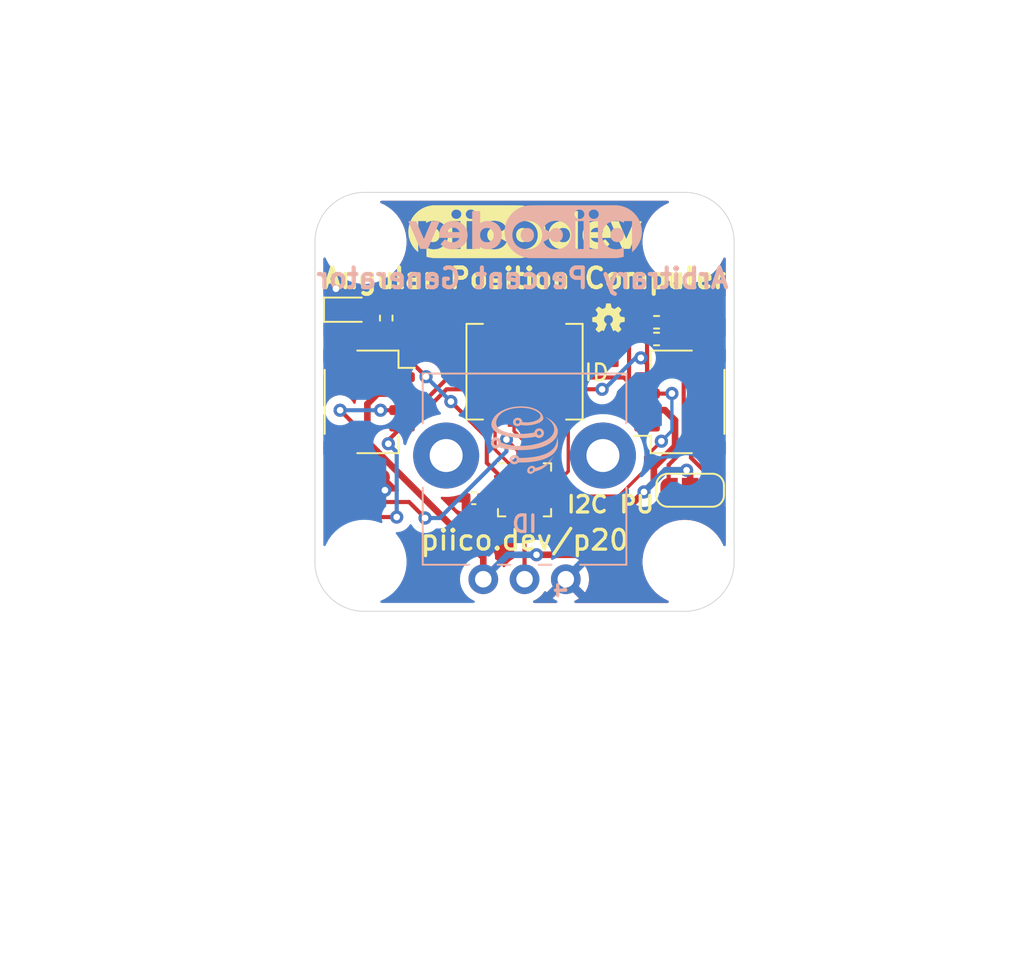
<source format=kicad_pcb>
(kicad_pcb (version 20211014) (generator pcbnew)
  (layers (0 "F.Cu" signal) (31 "B.Cu" signal) (34 "B.Paste" user) (35 "F.Paste" user) (36 "B.SilkS" user "B.Silkscreen") (37 "F.SilkS" user "F.Silkscreen") (38 "B.Mask" user) (39 "F.Mask" user) (44 "Edge.Cuts" user))
  (net 0 "")
  (net 1 "+3V3")
  (net 2 "GND")
  (net 3 "Net-(D1-Pad2)")
  (net 4 "/SCL")
  (net 5 "/SDA")
  (net 6 "Net-(JP2-Pad1)")
  (net 7 "Net-(JP2-Pad3)")
  (net 8 "/UPDI")
  (net 9 "/ADD2")
  (net 10 "/ADD1")
  (net 11 "/PWR_LED")
  (net 12 "/ADD3")
  (net 13 "/ADD4")
  (net 22 "Net-(U1-Pad8)")
  (footprint "Connector_JST:JST_SH_SM04B-SRSS-TB_1x04-1MP_P1.00mm_Horizontal" (layer "F.Cu") (at 106.7054 101.346 90)
    (fp_text reference "J2" hide)
    (fp_text value " ")
    (pad "1" smd roundrect locked (at -1.5 -2 90) (size 0.6 1.55) (layers "F.Cu" "F.Paste" "F.Mask") (net 2 "GND"))
    (pad "2" smd roundrect locked (at -0.5 -2 90) (size 0.6 1.55) (layers "F.Cu" "F.Paste" "F.Mask") (net 1 "+3V3"))
    (pad "3" smd roundrect locked (at 0.5 -2 90) (size 0.6 1.55) (layers "F.Cu" "F.Paste" "F.Mask") (net 5 "/SDA"))
    (pad "4" smd roundrect locked (at 1.5 -2 90) (size 0.6 1.55) (layers "F.Cu" "F.Paste" "F.Mask") (net 4 "/SCL"))
    (pad "MP" smd roundrect locked (at 2.8 1.875 90) (size 1.2 1.8) (layers "F.Cu" "F.Paste" "F.Mask") (roundrect_rratio 0.208333))
    (pad "MP" smd roundrect locked (at -2.8 1.875 90) (size 1.2 1.8) (layers "F.Cu" "F.Paste" "F.Mask") (roundrect_rratio 0.208333))
  )
  (footprint "CoreElectronics_Components:MountingHole_2.7mm_M2.5_PadClearance_1.2" (layer "F.Cu") (at 87.582 91.646)
    (fp_text reference "H1" hide)
    (fp_text value "MountingHole")
    (pad "" np_thru_hole circle locked (at 0 0) (size 2.7 2.7) (drill 2.7) (layers *.Cu *.Mask))
  )
  (footprint "Fiducial:Fiducial_1mm_Mask2mm" (layer "F.Cu") (at 91.694 112.395)
    (fp_text reference "FID1" hide)
    (fp_text value "Fiducial")
    (pad "" smd circle locked (at 0 0) (size 1 1) (layers "F.Cu" "F.Mask") (clearance 0.5))
  )
  (footprint "CoreElectronics_Components:MountingHole_2.7mm_M2.5_PadClearance_1.2" (layer "F.Cu") (at 106.982 91.646)
    (fp_text reference "H2" hide)
    (fp_text value "MountingHole")
    (pad "" np_thru_hole circle locked (at 0 0) (size 2.7 2.7) (drill 2.7) (layers *.Cu *.Mask))
  )
  (footprint "Fiducial:Fiducial_1mm_Mask2mm" (layer "F.Cu") (at 108.585 95.631)
    (fp_text reference "FID2" hide)
    (fp_text value "Fiducial")
    (pad "" smd circle locked (at 0 0) (size 1 1) (layers "F.Cu" "F.Mask") (clearance 0.5))
  )
  (footprint "Resistor_SMD:R_0402_1005Metric" (layer "F.Cu") (at 88.9 96.266 90)
    (fp_text reference "R1" hide)
    (fp_text value "10k" hide)
    (pad "1" smd roundrect locked (at -0.51 0 90) (size 0.54 0.64) (layers "F.Cu" "F.Paste" "F.Mask") (net 11 "/PWR_LED"))
    (pad "2" smd roundrect locked (at 0.51 0 90) (size 0.54 0.64) (layers "F.Cu" "F.Paste" "F.Mask") (net 3 "Net-(D1-Pad2)"))
  )
  (footprint "LED_SMD:LED_0603_1608Metric" (layer "F.Cu") (at 86.614 95.758)
    (fp_text reference "D1" hide)
    (fp_text value "LED" hide)
    (pad "1" smd roundrect locked (at -0.7875 0) (size 0.875 0.95) (layers "F.Cu" "F.Paste" "F.Mask") (net 2 "GND"))
    (pad "2" smd roundrect locked (at 0.7875 0) (size 0.875 0.95) (layers "F.Cu" "F.Paste" "F.Mask") (net 3 "Net-(D1-Pad2)"))
  )
  (footprint "Connector_JST:JST_SH_SM04B-SRSS-TB_1x04-1MP_P1.00mm_Horizontal" (layer "F.Cu") (at 87.8586 101.346 -90)
    (fp_text reference "J1" hide)
    (fp_text value " " hide)
    (pad "1" smd roundrect locked (at -1.5 -2 270) (size 0.6 1.55) (layers "F.Cu" "F.Paste" "F.Mask") (net 2 "GND"))
    (pad "2" smd roundrect locked (at -0.5 -2 270) (size 0.6 1.55) (layers "F.Cu" "F.Paste" "F.Mask") (net 1 "+3V3"))
    (pad "3" smd roundrect locked (at 0.5 -2 270) (size 0.6 1.55) (layers "F.Cu" "F.Paste" "F.Mask") (net 5 "/SDA"))
    (pad "4" smd roundrect locked (at 1.5 -2 270) (size 0.6 1.55) (layers "F.Cu" "F.Paste" "F.Mask") (net 4 "/SCL"))
    (pad "MP" smd roundrect locked (at 2.8 1.875 270) (size 1.2 1.8) (layers "F.Cu" "F.Paste" "F.Mask") (roundrect_rratio 0.2083325))
    (pad "MP" smd roundrect locked (at -2.8 1.875 270) (size 1.2 1.8) (layers "F.Cu" "F.Paste" "F.Mask") (roundrect_rratio 0.2083325))
  )
  (footprint "CoreElectronics_Artwork:oshw" (layer "F.Cu") (at 102.362 96.266)
    (fp_text reference "LOGO1" hide)
    (fp_text value "Logo_Open_Hardware_Small" hide)
  )
  (footprint "Resistor_SMD:R_0402_1005Metric" (layer "F.Cu") (at 105.283 97.536 180)
    (fp_text reference "R2" hide)
    (fp_text value "10k")
    (pad "1" smd roundrect locked (at -0.51 0 180) (size 0.54 0.64) (layers "F.Cu" "F.Paste" "F.Mask") (net 7 "Net-(JP2-Pad3)"))
    (pad "2" smd roundrect locked (at 0.51 0 180) (size 0.54 0.64) (layers "F.Cu" "F.Paste" "F.Mask") (net 4 "/SCL"))
  )
  (footprint "Package_DFN_QFN:VQFN-20-1EP_3x3mm_P0.4mm_EP1.7x1.7mm" (layer "F.Cu") (at 97.282 106.68)
    (fp_text reference "U1" hide)
    (fp_text value "ATtiny1616-M")
    (pad "1" smd custom locked (at -1.45 -0.8) (size 0.143431 0.143431) (layers "F.Cu" "F.Paste" "F.Mask") (net 11 "/PWR_LED") (options (clearance outline) (anchor circle)) (primitives (gr_poly (pts (xy -0.35 -0.05) (xy 0.299289 -0.05) (xy 0.35 0.000711) (xy 0.35 0.05) (xy -0.35 0.05)) (width 0.1) (fill yes))))
    (pad "2" smd roundrect locked (at -1.45 -0.4) (size 0.8 0.2) (layers "F.Cu" "F.Paste" "F.Mask"))
    (pad "3" smd roundrect locked (at -1.45 0) (size 0.8 0.2) (layers "F.Cu" "F.Paste" "F.Mask") (net 2 "GND"))
    (pad "4" smd roundrect locked (at -1.45 0.4) (size 0.8 0.2) (layers "F.Cu" "F.Paste" "F.Mask") (net 1 "+3V3"))
    (pad "5" smd custom locked (at -1.45 0.8) (size 0.143431 0.143431) (layers "F.Cu" "F.Paste" "F.Mask") (options (clearance outline) (anchor circle)) (primitives (gr_poly (pts (xy -0.35 -0.05) (xy 0.35 -0.05) (xy 0.35 -0.000711) (xy 0.299289 0.05) (xy -0.35 0.05)) (width 0.1) (fill yes))))
    (pad "6" smd custom locked (at -0.8 1.45) (size 0.143431 0.143431) (layers "F.Cu" "F.Paste" "F.Mask") (options (clearance outline) (anchor circle)) (primitives (gr_poly (pts (xy -0.05 -0.299289) (xy 0.000711 -0.35) (xy 0.05 -0.35) (xy 0.05 0.35) (xy -0.05 0.35)) (width 0.1) (fill yes))))
    (pad "7" smd roundrect locked (at -0.4 1.45) (size 0.2 0.8) (layers "F.Cu" "F.Paste" "F.Mask"))
    (pad "8" smd roundrect locked (at 0 1.45) (size 0.2 0.8) (layers "F.Cu" "F.Paste" "F.Mask") (net 22 "Net-(U1-Pad8)"))
    (pad "9" smd roundrect locked (at 0.4 1.45) (size 0.2 0.8) (layers "F.Cu" "F.Paste" "F.Mask"))
    (pad "10" smd custom locked (at 0.8 1.45) (size 0.143431 0.143431) (layers "F.Cu" "F.Paste" "F.Mask") (options (clearance outline) (anchor circle)) (primitives (gr_poly (pts (xy -0.05 -0.35) (xy -0.000711 -0.35) (xy 0.05 -0.299289) (xy 0.05 0.35) (xy -0.05 0.35)) (width 0.1) (fill yes))))
    (pad "11" smd custom locked (at 1.45 0.8) (size 0.143431 0.143431) (layers "F.Cu" "F.Paste" "F.Mask") (options (clearance outline) (anchor circle)) (primitives (gr_poly (pts (xy -0.35 -0.05) (xy 0.35 -0.05) (xy 0.35 0.05) (xy -0.299289 0.05) (xy -0.35 -0.000711)) (width 0.1) (fill yes))))
    (pad "12" smd roundrect locked (at 1.45 0.4) (size 0.8 0.2) (layers "F.Cu" "F.Paste" "F.Mask"))
    (pad "13" smd roundrect locked (at 1.45 0) (size 0.8 0.2) (layers "F.Cu" "F.Paste" "F.Mask") (net 5 "/SDA"))
    (pad "14" smd roundrect locked (at 1.45 -0.4) (size 0.8 0.2) (layers "F.Cu" "F.Paste" "F.Mask") (net 4 "/SCL"))
    (pad "15" smd custom locked (at 1.45 -0.8) (size 0.143431 0.143431) (layers "F.Cu" "F.Paste" "F.Mask") (options (clearance outline) (anchor circle)) (primitives (gr_poly (pts (xy -0.35 0.000711) (xy -0.299289 -0.05) (xy 0.35 -0.05) (xy 0.35 0.05) (xy -0.35 0.05)) (width 0.1) (fill yes))))
    (pad "16" smd custom locked (at 0.8 -1.45) (size 0.143431 0.143431) (layers "F.Cu" "F.Paste" "F.Mask") (net 13 "/ADD4") (options (clearance outline) (anchor circle)) (primitives (gr_poly (pts (xy -0.05 -0.35) (xy 0.05 -0.35) (xy 0.05 0.299289) (xy -0.000711 0.35) (xy -0.05 0.35)) (width 0.1) (fill yes))))
    (pad "17" smd roundrect locked (at 0.4 -1.45) (size 0.2 0.8) (layers "F.Cu" "F.Paste" "F.Mask") (net 12 "/ADD3"))
    (pad "18" smd roundrect locked (at 0 -1.45) (size 0.2 0.8) (layers "F.Cu" "F.Paste" "F.Mask") (net 9 "/ADD2"))
    (pad "19" smd roundrect locked (at -0.4 -1.45) (size 0.2 0.8) (layers "F.Cu" "F.Paste" "F.Mask") (net 8 "/UPDI"))
    (pad "20" smd custom locked (at -0.8 -1.45) (size 0.143431 0.143431) (layers "F.Cu" "F.Paste" "F.Mask") (net 10 "/ADD1") (options (clearance outline) (anchor circle)) (primitives (gr_poly (pts (xy -0.05 -0.35) (xy 0.05 -0.35) (xy 0.05 0.35) (xy 0.000711 0.35) (xy -0.05 0.299289)) (width 0.1) (fill yes))))
    (pad "21" smd rect locked (at 0 0) (size 1.7 1.7) (layers "F.Cu" "F.Mask") (net 2 "GND"))
  )
  (footprint "Capacitor_SMD:C_0402_1005Metric" (layer "F.Cu") (at 94.206 107.188)
    (fp_text reference "C1" hide)
    (fp_text value "100n")
    (pad "1" smd roundrect locked (at -0.48 0) (size 0.56 0.62) (layers "F.Cu" "F.Paste" "F.Mask") (net 2 "GND"))
    (pad "2" smd roundrect locked (at 0.48 0) (size 0.56 0.62) (layers "F.Cu" "F.Paste" "F.Mask") (net 1 "+3V3"))
  )
  (footprint "CoreElectronics_Components:SolderJumper-3_P1.3mm_Closed_RoundedPad1.0x1.5mm_NumberLabels" (layer "F.Cu") (at 107.315 106.7054 180)
    (fp_text reference "JP2" hide)
    (fp_text value "I2C PU")
    (fp_line (start -0.85 0) (end 0.85 0) (layer "F.Cu") (width 0.2))
    (pad "1" smd custom locked (at -1.3 0 180) (size 1 0.5) (layers "F.Cu" "F.Mask") (net 6 "Net-(JP2-Pad1)") (options (clearance outline) (anchor rect)) (primitives (gr_circle (center 0 0.25) (end 0.5 0.25) (width 0) (fill yes)) (gr_circle (center 0 -0.25) (end 0.5 -0.25) (width 0) (fill yes)) (gr_poly (pts (xy 0.55 -0.75) (xy 0 -0.75) (xy 0 0.75) (xy 0.55 0.75)) (width 0) (fill yes))))
    (pad "2" smd rect locked (at 0 0 180) (size 1 1.5) (layers "F.Cu" "F.Mask") (net 1 "+3V3"))
    (pad "3" smd custom locked (at 1.3 0 180) (size 1 0.5) (layers "F.Cu" "F.Mask") (net 7 "Net-(JP2-Pad3)") (options (clearance outline) (anchor rect)) (primitives (gr_circle (center 0 0.25) (end 0.5 0.25) (width 0) (fill yes)) (gr_circle (center 0 -0.25) (end 0.5 -0.25) (width 0) (fill yes)) (gr_poly (pts (xy -0.55 -0.75) (xy 0 -0.75) (xy 0 0.75) (xy -0.55 0.75)) (width 0) (fill yes))))
  )
  (footprint "CoreElectronics_Artwork:piicodev_logo_14.2x3.4mm" (layer "F.Cu") (at 97.329859 91.1352)
    (fp_text reference "G1" hide)
    (fp_text value "LOGO_PiicoDev" hide)
  )
  (footprint "Resistor_SMD:R_0402_1005Metric" (layer "F.Cu") (at 105.283 96.52 180)
    (fp_text reference "R3" hide)
    (fp_text value "10k" hide)
    (pad "1" smd roundrect locked (at -0.51 0 180) (size 0.54 0.64) (layers "F.Cu" "F.Paste" "F.Mask") (net 6 "Net-(JP2-Pad1)"))
    (pad "2" smd roundrect locked (at 0.51 0 180) (size 0.54 0.64) (layers "F.Cu" "F.Paste" "F.Mask") (net 5 "/SDA"))
  )
  (footprint "CoreElectronics_Components:SW_DIP_x04_Slide_CHS-04A1" (layer "F.Cu") (at 97.282 99.5172)
    (fp_text reference "SW1" hide)
    (fp_text value "ADDR")
    (pad "1" smd rect locked (at -1.905 2.54) (size 0.76 1.6) (layers "F.Cu" "F.Paste" "F.Mask") (net 10 "/ADD1"))
    (pad "2" smd rect locked (at -0.635 2.54) (size 0.76 1.6) (layers "F.Cu" "F.Paste" "F.Mask") (net 9 "/ADD2"))
    (pad "3" smd rect locked (at 0.635 2.54) (size 0.76 1.6) (layers "F.Cu" "F.Paste" "F.Mask") (net 12 "/ADD3"))
    (pad "4" smd rect locked (at 1.905 2.54) (size 0.76 1.6) (layers "F.Cu" "F.Paste" "F.Mask") (net 13 "/ADD4"))
    (pad "5" smd rect locked (at 1.905 -2.54) (size 0.76 1.6) (layers "F.Cu" "F.Paste" "F.Mask") (net 2 "GND"))
    (pad "6" smd rect locked (at 0.635 -2.54) (size 0.76 1.6) (layers "F.Cu" "F.Paste" "F.Mask") (net 2 "GND"))
    (pad "7" smd rect locked (at -0.635 -2.54) (size 0.76 1.6) (layers "F.Cu" "F.Paste" "F.Mask") (net 2 "GND"))
    (pad "8" smd rect locked (at -1.905 -2.54) (size 0.76 1.6) (layers "F.Cu" "F.Paste" "F.Mask") (net 2 "GND"))
  )
  (footprint "CoreElectronics_Components:MountingHole_2.7mm_M2.5_PadClearance_1.2" (layer "F.Cu") (at 106.982 111.0488)
    (fp_text reference "H4" hide)
    (fp_text value "MountingHole")
    (pad "" np_thru_hole circle locked (at 0 0) (size 2.7 2.7) (drill 2.7) (layers *.Cu *.Mask))
  )
  (footprint "CoreElectronics_Components:MountingHole_2.7mm_M2.5_PadClearance_1.2" (layer "F.Cu") (at 87.5792 111.0488)
    (fp_text reference "H3" hide)
    (fp_text value "MountingHole")
    (pad "" np_thru_hole circle locked (at 0 0) (size 2.7 2.7) (drill 2.7) (layers *.Cu *.Mask))
  )
  (footprint "CoreElectronics_Components:TestPoint_Pad_D1.0mm_x05" (layer "F.Cu") (at 87.122 106.668 -90)
    (fp_text reference "J3" hide)
    (fp_text value "Conn_01x05_Male")
    (pad "1" smd circle (at -0.75 -1.5 270) (size 1 1) (layers "F.Cu" "F.Paste" "F.Mask") (net 2 "GND"))
    (pad "2" smd circle (at -0.75 0 270) (size 1 1) (layers "F.Cu" "F.Paste" "F.Mask") (net 1 "+3V3"))
    (pad "3" smd circle (at -0.75 1.5 270) (size 1 1) (layers "F.Cu" "F.Paste" "F.Mask") (net 5 "/SDA"))
    (pad "4" smd circle (at 0.75 0.75 270) (size 1 1) (layers "F.Cu" "F.Paste" "F.Mask") (net 4 "/SCL"))
    (pad "5" smd circle (at 0.75 -0.75 270) (size 1 1) (layers "F.Cu" "F.Paste" "F.Mask") (net 8 "/UPDI"))
  )
  (footprint "CoreElectronics_Artwork:piicodev_logo_14.2x3.4mm" (layer "B.Cu") (at 97.297953 91.1352 180)
    (fp_text reference "G3" hide)
    (fp_text value "LOGO_made-with-love" hide)
  )
  (footprint "CoreElectronics_Artwork:CoreElectronics_logo_5mm_v2" (layer "B.Cu") (at 97.282 103.663669 180)
    (fp_text reference "G2" hide)
    (fp_text value "LOGO_CoreElectronics_no-text" hide)
  )
  (footprint "Potentiometer_THT:Potentiometer_Alps_RK09L_Single_Vertical" (layer "B.Cu") (at 94.782 112.1002 90)
    (fp_text reference "RV1" hide)
    (fp_text value "R_Potentiometer")
    (pad "" np_thru_hole circle (at 7.5 -2.25 90) (size 4 4) (drill 2) (layers *.Cu *.Mask))
    (pad "" np_thru_hole circle (at 7.5 7.25 90) (size 4 4) (drill 2) (layers *.Cu *.Mask))
    (pad "1" thru_hole circle (at 0 0 90) (size 1.8 1.8) (drill 1) (layers *.Cu *.Mask) (net 1 "+3V3"))
    (pad "2" thru_hole circle (at 0 2.5 90) (size 1.8 1.8) (drill 1) (layers *.Cu *.Mask) (net 22 "Net-(U1-Pad8)"))
    (pad "3" thru_hole circle (at 0 5 90) (size 1.8 1.8) (drill 1) (layers *.Cu *.Mask) (net 2 "GND"))
  )
  (gr_arc (start 109.982 110.998) (mid 109.119589 113.147586) (end 106.9848 114.046) (layer "Edge.Cuts") (width 0.05))
  (gr_arc (start 87.63 114.046) (mid 85.475881 113.188199) (end 84.582 111.0488) (layer "Edge.Cuts") (width 0.05))
  (gr_line (start 106.9848 114.046) (end 87.63 114.046) (layer "Edge.Cuts") (width 0.05))
  (gr_line (start 84.582 111.0488) (end 84.582 91.6206) (layer "Edge.Cuts") (width 0.05))
  (gr_arc (start 84.582 91.6206) (mid 85.469641 89.515712) (end 87.582 88.646) (layer "Edge.Cuts") (width 0.05))
  (gr_arc (start 106.982 88.646) (mid 109.085425 89.506781) (end 109.982 91.5952) (layer "Edge.Cuts") (width 0.05))
  (gr_line (start 87.582 88.646) (end 106.982 88.646) (layer "Edge.Cuts") (width 0.05))
  (gr_line (start 109.982 91.5952) (end 109.982 110.998) (layer "Edge.Cuts") (width 0.05))
  (gr_text "v00" (at 91.567 96.901) (layer "F.Cu") (effects (font (size 1 1) (thickness 0.2))))
  (gr_text "ID" (at 97.282 108.746) (layer "B.SilkS") (effects (font (size 1 1) (thickness 0.2)) (justify mirror)))
  (gr_text "4" (at 99.482 112.646) (layer "B.SilkS") (effects (font (size 1 1) (thickness 0.2)) (justify mirror)))
  (gr_text "Arbitrary Percent Generator" (at 97.155 93.853) (layer "B.SilkS") (effects (font (size 1.2 1.2) (thickness 0.25)) (justify mirror)))
  (gr_text "piico.dev/p20" (at 97.282 109.728) (layer "F.SilkS") (effects (font (size 1.2 1.2) (thickness 0.2))))
  (gr_text "Angular Position Computer" (at 97.282 93.853) (layer "F.SilkS") (effects (font (size 1.2 1.2) (thickness 0.25))))
  (gr_text "ID" (at 102.489 99.568) (layer "F.SilkS") (effects (font (size 1 1)) (justify right)))
  (gr_text "I2C PU" (at 102.489 107.569) (layer "F.SilkS") (effects (font (size 1 1) (thickness 0.2))))
  (segment (start 95.337705 107.08) (end 95.239852 107.177853) (width 0.2) (layer "F.Cu") (net 1))
  (segment (start 87.757 105.283) (end 87.757 103.759) (width 0.4) (layer "F.Cu") (net 1))
  (segment (start 94.686 107.188) (end 95.088283 107.188) (width 0.4) (layer "F.Cu") (net 1))
  (segment (start 107.315 105.703549) (end 107.315 106.7054) (width 0.4) (layer "F.Cu") (net 1))
  (segment (start 107.101847 105.490396) (end 106.9594 105.632843) (width 0.4) (layer "F.Cu") (net 1))
  (segment (start 94.782 110.784) (end 94.782 112.1002) (width 0.4) (layer "F.Cu") (net 1))
  (segment (start 105.115489 105.323512) (end 106.40184 104.03716) (width 0.4) (layer "F.Cu") (net 1))
  (segment (start 104.521 106.807) (end 100.711 110.617) (width 0.4) (layer "F.Cu") (net 1))
  (segment (start 106.40184 102.46484) (end 105.783 101.846) (width 0.4) (layer "F.Cu") (net 1))
  (segment (start 95.088283 107.188) (end 95.169141 107.107142) (width 0.4) (layer "F.Cu") (net 1))
  (segment (start 87.122 105.918) (end 87.757 105.283) (width 0.4) (layer "F.Cu") (net 1))
  (segment (start 87.757 103.759) (end 94.782 110.784) (width 0.4) (layer "F.Cu") (net 1))
  (segment (start 95.832 107.08) (end 95.337705 107.08) (width 0.2) (layer "F.Cu") (net 1))
  (segment (start 107.101847 105.490396) (end 107.315 105.703549) (width 0.4) (layer "F.Cu") (net 1))
  (segment (start 87.757 101.473) (end 87.757 103.759) (width 0.4) (layer "F.Cu") (net 1))
  (segment (start 104.521 106.807) (end 105.115489 106.212511) (width 0.4) (layer "F.Cu") (net 1))
  (segment (start 88.384 100.846) (end 87.757 101.473) (width 0.4) (layer "F.Cu") (net 1))
  (segment (start 100.711 110.617) (end 98.0065 110.617) (width 0.4) (layer "F.Cu") (net 1))
  (segment (start 105.783 101.846) (end 104.7054 101.846) (width 0.4) (layer "F.Cu") (net 1))
  (segment (start 106.40184 104.03716) (end 106.40184 102.46484) (width 0.4) (layer "F.Cu") (net 1))
  (segment (start 89.8586 100.846) (end 88.384 100.846) (width 0.4) (layer "F.Cu") (net 1))
  (segment (start 105.115489 106.212511) (end 105.115489 105.323512) (width 0.4) (layer "F.Cu") (net 1))
  (via (at 104.521 106.807) (size 0.8) (drill 0.4) (layers "F.Cu" "B.Cu") (net 1))
  (via (at 107.101847 105.490396) (size 0.8) (drill 0.4) (layers "F.Cu" "B.Cu") (net 1))
  (via (at 98.0065 110.617) (size 0.8) (drill 0.4) (layers "F.Cu" "B.Cu") (net 1))
  (segment (start 105.837604 105.490396) (end 107.101847 105.490396) (width 0.4) (layer "B.Cu") (net 1))
  (segment (start 104.521 106.807) (end 105.837604 105.490396) (width 0.4) (layer "B.Cu") (net 1))
  (segment (start 94.782 112.1002) (end 96.2652 110.617) (width 0.4) (layer "B.Cu") (net 1))
  (segment (start 96.2652 110.617) (end 98.0065 110.617) (width 0.4) (layer "B.Cu") (net 1))
  (segment (start 94.982 112.246) (end 95.282 112.546) (width 0.25) (layer "B.Cu") (net 1))
  (segment (start 85.8265 94.5135) (end 85.852 94.488) (width 0.25) (layer "F.Cu") (net 2))
  (segment (start 85.8265 95.758) (end 85.8265 94.5135) (width 0.25) (layer "F.Cu") (net 2))
  (segment (start 97.917 96.9772) (end 99.187 96.9772) (width 0.2) (layer "F.Cu") (net 2))
  (segment (start 88.622 105.918) (end 88.622 106.505) (width 0.25) (layer "F.Cu") (net 2))
  (segment (start 88.622 106.505) (end 88.8205 106.7035) (width 0.25) (layer "F.Cu") (net 2))
  (segment (start 95.377 96.9772) (end 96.647 96.9772) (width 0.2) (layer "F.Cu") (net 2))
  (segment (start 96.647 96.9772) (end 97.917 96.9772) (width 0.2) (layer "F.Cu") (net 2))
  (segment (start 99.187 96.9772) (end 99.187 96.5572) (width 0.25) (layer "F.Cu") (net 2))
  (via (at 85.852 94.488) (size 0.8) (drill 0.4) (layers "F.Cu" "B.Cu") (net 2))
  (via (at 88.8205 106.7035) (size 0.8) (drill 0.4) (layers "F.Cu" "B.Cu") (net 2))
  (segment (start 87.4015 95.758) (end 88.898 95.758) (width 0.25) (layer "F.Cu") (net 3))
  (segment (start 88.898 95.758) (end 88.9 95.756) (width 0.25) (layer "F.Cu") (net 3))
  (segment (start 98.732 106.28) (end 99.212153 106.28) (width 0.2) (layer "F.Cu") (net 4))
  (segment (start 86.372 107.418) (end 87.285 108.331) (width 0.25) (layer "F.Cu") (net 4))
  (segment (start 87.285 108.331) (end 89.535 108.331) (width 0.25) (layer "F.Cu") (net 4))
  (segment (start 99.212153 106.28) (end 99.931989 105.560164) (width 0.2) (layer "F.Cu") (net 4))
  (segment (start 104.7054 99.846) (end 104.7054 97.6036) (width 0.25) (layer "F.Cu") (net 4))
  (segment (start 92.55253 100.584) (end 90.29053 102.846) (width 0.25) (layer "F.Cu") (net 4))
  (segment (start 99.931989 101.363011) (end 100.711 100.584) (width 0.2) (layer "F.Cu") (net 4))
  (segment (start 90.29053 102.846) (end 89.8586 102.846) (width 0.25) (layer "F.Cu") (net 4))
  (segment (start 104.7054 99.846) (end 104.7054 99.05402) (width 0.25) (layer "F.Cu") (net 4))
  (segment (start 101.981 100.584) (end 100.33 100.584) (width 0.25) (layer "F.Cu") (net 4))
  (segment (start 104.7054 97.6036) (end 104.773 97.536) (width 0.25) (layer "F.Cu") (net 4))
  (segment (start 89.027 103.6776) (end 89.8586 102.846) (width 0.25) (layer "F.Cu") (net 4))
  (segment (start 104.7054 99.05402) (end 104.33038 98.679) (width 0.25) (layer "F.Cu") (net 4))
  (segment (start 100.33 100.584) (end 92.55253 100.584) (width 0.25) (layer "F.Cu") (net 4))
  (segment (start 99.931989 105.560164) (end 99.931989 101.363011) (width 0.2) (layer "F.Cu") (net 4))
  (segment (start 89.027 103.886) (end 89.027 103.6776) (width 0.25) (layer "F.Cu") (net 4))
  (via (at 89.535 108.331) (size 0.8) (drill 0.4) (layers "F.Cu" "B.Cu") (net 4))
  (via (at 89.027 103.886) (size 0.8) (drill 0.4) (layers "F.Cu" "B.Cu") (net 4))
  (via (at 101.981 100.584) (size 0.8) (drill 0.4) (layers "F.Cu" "B.Cu") (net 4))
  (via (at 104.33038 98.679) (size 0.8) (drill 0.4) (layers "F.Cu" "B.Cu") (net 4))
  (segment (start 104.33038 98.679) (end 104.013 98.679) (width 0.25) (layer "B.Cu") (net 4))
  (segment (start 89.535 104.394) (end 89.027 103.886) (width 0.25) (layer "B.Cu") (net 4))
  (segment (start 89.535 108.331) (end 89.535 104.394) (width 0.25) (layer "B.Cu") (net 4))
  (segment (start 104.013 98.679) (end 102.489 100.203) (width 0.25) (layer "B.Cu") (net 4))
  (segment (start 102.489 100.203) (end 102.108 100.584) (width 0.25) (layer "B.Cu") (net 4))
  (segment (start 102.108 100.584) (end 101.981 100.584) (width 0.25) (layer "B.Cu") (net 4))
  (segment (start 106.20386 100.846) (end 106.21186 100.838) (width 0.25) (layer "F.Cu") (net 5))
  (segment (start 102.997 107.061) (end 104.615969 105.442031) (width 0.2) (layer "F.Cu") (net 5))
  (segment (start 87.19812 102.94612) (end 86.106 101.854) (width 0.25) (layer "F.Cu") (net 5))
  (segment (start 90.668954 101.846) (end 92.645465 99.869489) (width 0.25) (layer "F.Cu") (net 5))
  (segment (start 92.645465 99.869489) (end 103.296959 99.869489) (width 0.25) (layer "F.Cu") (net 5))
  (segment (start 87.19812 104.729832) (end 87.19812 102.94612) (width 0.25) (layer "F.Cu") (net 5))
  (segment (start 89.8586 101.846) (end 90.668954 101.846) (width 0.25) (layer "F.Cu") (net 5))
  (segment (start 104.615969 104.692367) (end 105.575838 103.732498) (width 0.2) (layer "F.Cu") (net 5))
  (segment (start 104.615969 105.442031) (end 104.615969 104.692367) (width 0.2) (layer "F.Cu") (net 5))
  (segment (start 104.27347 100.846) (end 103.61588 100.18841) (width 0.25) (layer "F.Cu") (net 5))
  (segment (start 89.8506 101.854) (end 89.8586 101.846) (width 0.25) (layer "F.Cu") (net 5))
  (segment (start 104.7054 100.846) (end 106.20386 100.846) (width 0.25) (layer "F.Cu") (net 5))
  (segment (start 99.314 106.68) (end 99.695 107.061) (width 0.2) (layer "F.Cu") (net 5))
  (segment (start 103.61588 97.67712) (end 104.773 96.52) (width 0.25) (layer "F.Cu") (net 5))
  (segment (start 104.7054 100.846) (end 104.27347 100.846) (width 0.25) (layer "F.Cu") (net 5))
  (segment (start 103.296959 99.869489) (end 103.694735 100.267265) (width 0.25) (layer "F.Cu") (net 5))
  (segment (start 86.47948 105.06052) (end 86.867432 105.06052) (width 0.25) (layer "F.Cu") (net 5))
  (segment (start 85.622 105.918) (end 86.47948 105.06052) (width 0.25) (layer "F.Cu") (net 5))
  (segment (start 103.61588 100.18841) (end 103.61588 97.67712) (width 0.25) (layer "F.Cu") (net 5))
  (segment (start 98.732 106.68) (end 99.314 106.68) (width 0.2) (layer "F.Cu") (net 5))
  (segment (start 88.5565 101.854) (end 89.8506 101.854) (width 0.25) (layer "F.Cu") (net 5))
  (segment (start 99.695 107.061) (end 102.997 107.061) (width 0.2) (layer "F.Cu") (net 5))
  (segment (start 86.867432 105.06052) (end 87.19812 104.729832) (width 0.25) (layer "F.Cu") (net 5))
  (via (at 86.106 101.854) (size 0.8) (drill 0.4) (layers "F.Cu" "B.Cu") (net 5))
  (via (at 106.21186 100.838) (size 0.8) (drill 0.4) (layers "F.Cu" "B.Cu") (net 5))
  (via (at 88.5565 101.854) (size 0.8) (drill 0.4) (layers "F.Cu" "B.Cu") (net 5))
  (via (at 105.575838 103.732498) (size 0.8) (drill 0.4) (layers "F.Cu" "B.Cu") (net 5))
  (segment (start 86.106 101.854) (end 88.5565 101.854) (width 0.25) (layer "B.Cu") (net 5))
  (segment (start 106.21186 103.096476) (end 106.21186 100.838) (width 0.2) (layer "B.Cu") (net 5))
  (segment (start 105.575838 103.732498) (end 106.21186 103.096476) (width 0.2) (layer "B.Cu") (net 5))
  (segment (start 107.36588 98.09288) (end 107.36588 104.729831) (width 0.25) (layer "F.Cu") (net 6))
  (segment (start 105.793 96.52) (end 107.36588 98.09288) (width 0.25) (layer "F.Cu") (net 6))
  (segment (start 108.615 106.7054) (end 108.615 105.978951) (width 0.25) (layer "F.Cu") (net 6))
  (segment (start 108.615 105.978951) (end 107.36588 104.729831) (width 0.25) (layer "F.Cu") (net 6))
  (segment (start 105.793 97.536) (end 106.92636 98.66936) (width 0.25) (layer "F.Cu") (net 7))
  (segment (start 106.92636 104.254424) (end 106.015 105.165784) (width 0.25) (layer "F.Cu") (net 7))
  (segment (start 106.92636 98.66936) (end 106.92636 104.254424) (width 0.25) (layer "F.Cu") (net 7))
  (segment (start 106.015 105.165784) (end 106.015 106.7054) (width 0.25) (layer "F.Cu") (net 7))
  (segment (start 87.872 107.418) (end 90.285336 107.418) (width 0.25) (layer "F.Cu") (net 8))
  (segment (start 96.882 105.23) (end 96.882 104.3275) (width 0.2) (layer "F.Cu") (net 8))
  (segment (start 96.882 104.3275) (end 96.1865 103.632) (width 0.2) (layer "F.Cu") (net 8))
  (segment (start 90.285336 107.418) (end 91.255668 108.388332) (width 0.25) (layer "F.Cu") (net 8))
  (via (at 96.1865 103.632) (size 0.8) (drill 0.4) (layers "F.Cu" "B.Cu") (net 8))
  (via (at 91.255668 108.388332) (size 0.8) (drill 0.4) (layers "F.Cu" "B.Cu") (net 8))
  (segment (start 92.144668 108.388332) (end 91.255668 108.388332) (width 0.25) (layer "B.Cu") (net 8))
  (segment (start 96.1865 103.632) (end 96.1865 104.3465) (width 0.25) (layer "B.Cu") (net 8))
  (segment (start 96.1865 104.3465) (end 92.144668 108.388332) (width 0.25) (layer "B.Cu") (net 8))
  (segment (start 96.647 103.117383) (end 96.647 102.0572) (width 0.2) (layer "F.Cu") (net 9))
  (segment (start 96.876011 103.347111) (end 96.876011 103.346394) (width 0.2) (layer "F.Cu") (net 9))
  (segment (start 96.876011 103.346394) (end 96.647 103.117383) (width 0.2) (layer "F.Cu") (net 9))
  (segment (start 97.282 105.23) (end 97.282 103.7531) (width 0.2) (layer "F.Cu") (net 9))
  (segment (start 97.282 103.7531) (end 96.876011 103.347111) (width 0.2) (layer "F.Cu") (net 9))
  (segment (start 97.282 105.979252) (end 97.282 105.41) (width 0.2) (layer "F.Cu") (net 9))
  (segment (start 95.377 102.0572) (end 95.471989 102.152189) (width 0.25) (layer "F.Cu") (net 10))
  (segment (start 96.482 105.23) (end 95.496989 104.244989) (width 0.2) (layer "F.Cu") (net 10))
  (segment (start 95.496989 104.244989) (end 95.496989 102.177189) (width 0.2) (layer "F.Cu") (net 10))
  (segment (start 95.496989 102.177189) (end 95.377 102.0572) (width 0.2) (layer "F.Cu") (net 10))
  (segment (start 92.818993 101.327993) (end 94.996 103.505) (width 0.25) (layer "F.Cu") (net 11))
  (segment (start 94.996 105.044) (end 95.81748 105.86548) (width 0.25) (layer "F.Cu") (net 11))
  (segment (start 88.9 97.409) (end 88.9 96.776) (width 0.25) (layer "F.Cu") (net 11))
  (segment (start 95.81748 105.86548) (end 95.832 105.86548) (width 0.25) (layer "F.Cu") (net 11))
  (segment (start 91.313 99.822) (end 88.9 97.409) (width 0.25) (layer "F.Cu") (net 11))
  (segment (start 94.996 103.505) (end 94.996 105.044) (width 0.25) (layer "F.Cu") (net 11))
  (via (at 92.818993 101.327993) (size 0.8) (drill 0.4) (layers "F.Cu" "B.Cu") (net 11))
  (via (at 91.313 99.822) (size 0.8) (drill 0.4) (layers "F.Cu" "B.Cu") (net 11))
  (segment (start 91.313 99.822) (end 92.818993 101.327993) (width 0.25) (layer "B.Cu") (net 11))
  (segment (start 97.682 102.2922) (end 97.917 102.0572) (width 0.2) (layer "F.Cu") (net 12))
  (segment (start 97.682 105.23) (end 97.682 102.2922) (width 0.2) (layer "F.Cu") (net 12))
  (segment (start 98.07152 104.648) (end 99.187 103.53252) (width 0.2) (layer "F.Cu") (net 13))
  (segment (start 98.082 105.23) (end 98.07152 105.21952) (width 0.2) (layer "F.Cu") (net 13))
  (segment (start 98.07152 105.21952) (end 98.07152 104.648) (width 0.2) (layer "F.Cu") (net 13))
  (segment (start 99.187 103.53252) (end 99.187 102.0572) (width 0.2) (layer "F.Cu") (net 13))
  (segment (start 97.282 108.13) (end 97.282 108.839) (width 0.2) (layer "F.Cu") (net 22))
  (segment (start 97.282 112.1002) (end 97.282 108.839) (width 0.25) (layer "F.Cu") (net 22))
  (zone (net 2) (net_name "GND") (layer "F.Cu") (connect_pads (clearance 0.508)) (min_thickness 0.15) (fill yes (thermal_gap 0.508) (thermal_bridge_width 0.508))
    (polygon (pts (xy 108.204 88.9) (xy 108.966 89.408) (xy 109.601 90.17) (xy 109.982 91.313) (xy 109.982 92.075) (xy 109.982 93.472) (xy 109.982 96.146) (xy 109.982 111.1758) (xy 109.982 112.522) (xy 109.9185 113.03) (xy 109.601 113.538) (xy 109.093 113.919) (xy 108.585 114.046) (xy 107.0864 114.046) (xy 86.36 114.046) (xy 85.6615 113.9825) (xy 85.0265 113.6015) (xy 84.6455 112.9665) (xy 84.582 112.522) (xy 84.582 111.0488) (xy 84.582 91.7702) (xy 84.6582 90.9828) (xy 85.0138 90.1192) (xy 85.5218 89.4842) (xy 86.2076 89.0016) (xy 87.0204 88.6968) (xy 87.63 88.646) (xy 107.188 88.646)))
  )
  (zone (net 2) (net_name "GND") (layer "B.Cu") (connect_pads (clearance 0.508)) (min_thickness 0.15) (fill yes (thermal_gap 0.508) (thermal_bridge_width 0.508))
    (polygon (pts (xy 108.204 88.9) (xy 108.966 89.408) (xy 109.601 90.17) (xy 109.982 91.313) (xy 109.982 92.075) (xy 109.982 93.472) (xy 109.982 96.146) (xy 109.982 111.1758) (xy 109.982 112.522) (xy 109.9185 113.03) (xy 109.601 113.538) (xy 109.093 113.919) (xy 108.585 114.046) (xy 107.0864 114.046) (xy 86.36 114.046) (xy 85.6615 113.9825) (xy 85.0265 113.6015) (xy 84.6455 112.9665) (xy 84.582 112.522) (xy 84.582 111.0488) (xy 84.582 91.7702) (xy 84.6582 90.9828) (xy 85.0138 90.1192) (xy 85.5218 89.4842) (xy 86.2076 89.0016) (xy 87.0204 88.6968) (xy 87.63 88.646) (xy 107.188 88.646)))
  )
)
</source>
